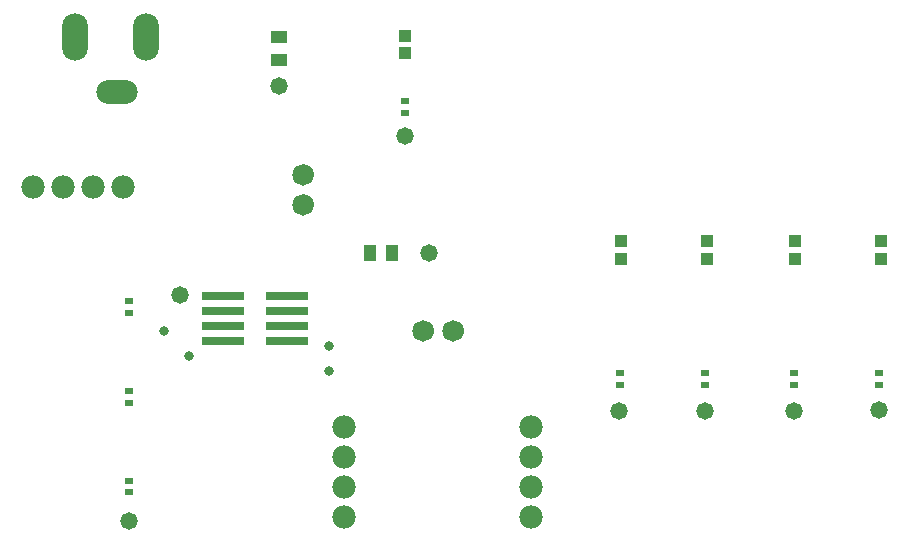
<source format=gts>
G04*
G04 #@! TF.GenerationSoftware,Altium Limited,Altium Designer,21.6.4 (81)*
G04*
G04 Layer_Color=8388736*
%FSLAX25Y25*%
%MOIN*%
G70*
G04*
G04 #@! TF.SameCoordinates,4A56815A-3FA2-45B3-BCD2-B1825AC70E21*
G04*
G04*
G04 #@! TF.FilePolarity,Negative*
G04*
G01*
G75*
%ADD19R,0.02756X0.02362*%
%ADD22R,0.03937X0.05709*%
%ADD23R,0.05709X0.03937*%
%ADD24C,0.00000*%
%ADD25R,0.14186X0.03162*%
%ADD26R,0.03950X0.03950*%
%ADD27C,0.07178*%
%ADD28O,0.13792X0.07887*%
%ADD29O,0.08674X0.15761*%
%ADD30C,0.07800*%
%ADD31C,0.05800*%
%ADD32C,0.03300*%
D19*
X146000Y149469D02*
D03*
Y145531D02*
D03*
X54000Y48910D02*
D03*
Y52847D02*
D03*
X303900Y55032D02*
D03*
Y58969D02*
D03*
X275400Y55032D02*
D03*
Y58969D02*
D03*
X245900Y55032D02*
D03*
Y58969D02*
D03*
X217400Y55032D02*
D03*
Y58969D02*
D03*
X54000Y79094D02*
D03*
Y83031D02*
D03*
Y19126D02*
D03*
Y23063D02*
D03*
D22*
X134060Y99094D02*
D03*
X141540D02*
D03*
D23*
X104000Y163354D02*
D03*
Y170835D02*
D03*
D24*
X165390Y73000D02*
G03*
X165390Y73000I-3390J0D01*
G01*
X155390D02*
G03*
X155390Y73000I-3390J0D01*
G01*
X115390Y125094D02*
G03*
X115390Y125094I-3390J0D01*
G01*
Y115094D02*
G03*
X115390Y115094I-3390J0D01*
G01*
D25*
X85370Y84595D02*
D03*
Y79594D02*
D03*
Y74594D02*
D03*
Y69595D02*
D03*
X106630D02*
D03*
Y74594D02*
D03*
Y79594D02*
D03*
Y84595D02*
D03*
D26*
X304500Y97000D02*
D03*
Y102905D02*
D03*
X276000Y97047D02*
D03*
Y102953D02*
D03*
X246500Y97047D02*
D03*
Y102953D02*
D03*
X218000Y97000D02*
D03*
Y102905D02*
D03*
X146000Y165547D02*
D03*
Y171453D02*
D03*
D27*
X162000Y73000D02*
D03*
X152000D02*
D03*
X112000Y125094D02*
D03*
Y115094D02*
D03*
D28*
X49779Y152787D02*
D03*
D29*
X36000Y171095D02*
D03*
X59622D02*
D03*
D30*
X188000Y31095D02*
D03*
Y41094D02*
D03*
Y11095D02*
D03*
Y21094D02*
D03*
X125500Y31000D02*
D03*
Y41000D02*
D03*
Y11000D02*
D03*
Y21000D02*
D03*
X42000Y121095D02*
D03*
X52000D02*
D03*
X22000D02*
D03*
X32000D02*
D03*
D31*
X146000Y138000D02*
D03*
X245900Y46400D02*
D03*
X275400D02*
D03*
X71000Y85000D02*
D03*
X217300Y46400D02*
D03*
X104000Y154500D02*
D03*
X304000Y46500D02*
D03*
X54000Y9500D02*
D03*
X154000Y99000D02*
D03*
D32*
X120500Y59500D02*
D03*
Y68000D02*
D03*
X74000Y64500D02*
D03*
X65500Y73000D02*
D03*
M02*

</source>
